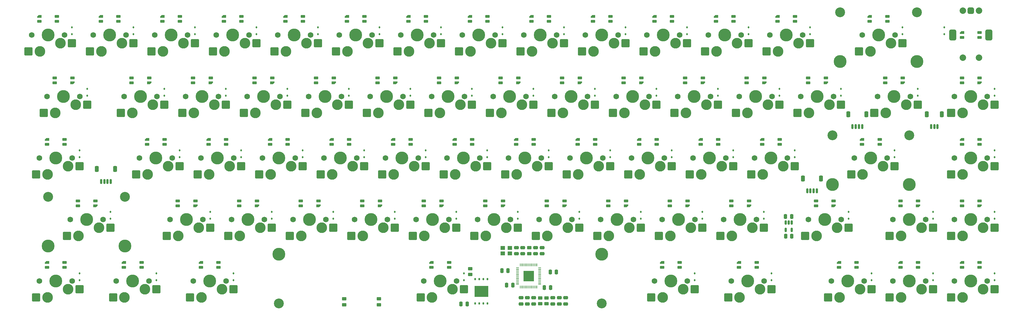
<source format=gbr>
%TF.GenerationSoftware,KiCad,Pcbnew,9.0.2*%
%TF.CreationDate,2025-06-21T23:14:43+02:00*%
%TF.ProjectId,MOD65,4d4f4436-352e-46b6-9963-61645f706362,2*%
%TF.SameCoordinates,Original*%
%TF.FileFunction,Soldermask,Bot*%
%TF.FilePolarity,Negative*%
%FSLAX46Y46*%
G04 Gerber Fmt 4.6, Leading zero omitted, Abs format (unit mm)*
G04 Created by KiCad (PCBNEW 9.0.2) date 2025-06-21 23:14:43*
%MOMM*%
%LPD*%
G01*
G04 APERTURE LIST*
G04 Aperture macros list*
%AMRoundRect*
0 Rectangle with rounded corners*
0 $1 Rounding radius*
0 $2 $3 $4 $5 $6 $7 $8 $9 X,Y pos of 4 corners*
0 Add a 4 corners polygon primitive as box body*
4,1,4,$2,$3,$4,$5,$6,$7,$8,$9,$2,$3,0*
0 Add four circle primitives for the rounded corners*
1,1,$1+$1,$2,$3*
1,1,$1+$1,$4,$5*
1,1,$1+$1,$6,$7*
1,1,$1+$1,$8,$9*
0 Add four rect primitives between the rounded corners*
20,1,$1+$1,$2,$3,$4,$5,0*
20,1,$1+$1,$4,$5,$6,$7,0*
20,1,$1+$1,$6,$7,$8,$9,0*
20,1,$1+$1,$8,$9,$2,$3,0*%
%AMFreePoly0*
4,1,18,-0.410000,0.593000,-0.403758,0.624380,-0.385983,0.650983,-0.359380,0.668758,-0.328000,0.675000,0.328000,0.675000,0.359380,0.668758,0.385983,0.650983,0.403758,0.624380,0.410000,0.593000,0.410000,-0.593000,0.403758,-0.624380,0.385983,-0.650983,0.359380,-0.668758,0.328000,-0.675000,0.000000,-0.675000,-0.410000,-0.265000,-0.410000,0.593000,-0.410000,0.593000,$1*%
G04 Aperture macros list end*
%ADD10C,3.048000*%
%ADD11C,3.987800*%
%ADD12C,2.000000*%
%ADD13RoundRect,0.500000X-0.500000X0.500000X-0.500000X-0.500000X0.500000X-0.500000X0.500000X0.500000X0*%
%ADD14RoundRect,0.550000X-0.550000X1.150000X-0.550000X-1.150000X0.550000X-1.150000X0.550000X1.150000X0*%
%ADD15RoundRect,0.112500X0.112500X-0.187500X0.112500X0.187500X-0.112500X0.187500X-0.112500X-0.187500X0*%
%ADD16RoundRect,0.082000X0.593000X-0.328000X0.593000X0.328000X-0.593000X0.328000X-0.593000X-0.328000X0*%
%ADD17FreePoly0,90.000000*%
%ADD18RoundRect,0.250000X0.450000X-0.262500X0.450000X0.262500X-0.450000X0.262500X-0.450000X-0.262500X0*%
%ADD19C,1.750000*%
%ADD20C,3.300000*%
%ADD21RoundRect,0.250000X-1.025000X-1.000000X1.025000X-1.000000X1.025000X1.000000X-1.025000X1.000000X0*%
%ADD22RoundRect,0.250000X-0.250000X-0.475000X0.250000X-0.475000X0.250000X0.475000X-0.250000X0.475000X0*%
%ADD23RoundRect,0.082000X-0.593000X0.328000X-0.593000X-0.328000X0.593000X-0.328000X0.593000X0.328000X0*%
%ADD24FreePoly0,270.000000*%
%ADD25RoundRect,0.250000X0.250000X0.475000X-0.250000X0.475000X-0.250000X-0.475000X0.250000X-0.475000X0*%
%ADD26RoundRect,0.125000X-0.125000X0.200000X-0.125000X-0.200000X0.125000X-0.200000X0.125000X0.200000X0*%
%ADD27R,4.300000X3.400000*%
%ADD28RoundRect,0.250000X0.475000X-0.250000X0.475000X0.250000X-0.475000X0.250000X-0.475000X-0.250000X0*%
%ADD29RoundRect,0.250000X-0.475000X0.250000X-0.475000X-0.250000X0.475000X-0.250000X0.475000X0.250000X0*%
%ADD30RoundRect,0.150000X-0.150000X-0.625000X0.150000X-0.625000X0.150000X0.625000X-0.150000X0.625000X0*%
%ADD31RoundRect,0.250000X-0.350000X-0.650000X0.350000X-0.650000X0.350000X0.650000X-0.350000X0.650000X0*%
%ADD32RoundRect,0.150000X-0.150000X0.512500X-0.150000X-0.512500X0.150000X-0.512500X0.150000X0.512500X0*%
%ADD33R,1.400000X1.200000*%
%ADD34RoundRect,0.250000X-0.450000X0.262500X-0.450000X-0.262500X0.450000X-0.262500X0.450000X0.262500X0*%
%ADD35RoundRect,0.050000X-0.387500X-0.050000X0.387500X-0.050000X0.387500X0.050000X-0.387500X0.050000X0*%
%ADD36RoundRect,0.050000X-0.050000X-0.387500X0.050000X-0.387500X0.050000X0.387500X-0.050000X0.387500X0*%
%ADD37R,3.200000X3.200000*%
G04 APERTURE END LIST*
D10*
%TO.C,H2*%
X280987500Y-69215000D03*
D11*
X280987500Y-84455000D03*
D10*
X304800000Y-69215000D03*
D11*
X304800000Y-84455000D03*
%TD*%
D10*
%TO.C,H1*%
X38100000Y-88265000D03*
D11*
X38100000Y-103505000D03*
D10*
X61912500Y-88265000D03*
D11*
X61912500Y-103505000D03*
%TD*%
D10*
%TO.C,H3*%
X283368750Y-31115000D03*
D11*
X283368750Y-46355000D03*
D10*
X307181250Y-31115000D03*
D11*
X307181250Y-46355000D03*
%TD*%
D12*
%TO.C,SW15*%
X326350000Y-30600000D03*
X321350000Y-30600000D03*
D13*
X323850000Y-30600000D03*
D14*
X329450000Y-38100000D03*
X318250000Y-38100000D03*
D12*
X321350000Y-45100000D03*
X326350000Y-45100000D03*
%TD*%
D10*
%TO.C,H4*%
X209550000Y-121285000D03*
D11*
X209550000Y-106045000D03*
D10*
X109537500Y-121285000D03*
D11*
X109537500Y-106045000D03*
%TD*%
D15*
%TO.C,D59*%
X47841250Y-114050000D03*
X47841250Y-111950000D03*
%TD*%
D16*
%TO.C,LED51*%
X173487500Y-89500000D03*
X173487500Y-91000000D03*
X178937500Y-89500000D03*
D17*
X178937500Y-91000000D03*
%TD*%
D16*
%TO.C,LED48*%
X116337500Y-89500000D03*
X116337500Y-91000000D03*
X121787500Y-89500000D03*
D17*
X121787500Y-91000000D03*
%TD*%
D18*
%TO.C,R1*%
X168800000Y-112312500D03*
X168800000Y-110487500D03*
%TD*%
D19*
%TO.C,SW39*%
X199707500Y-76200000D03*
D11*
X204787500Y-76200000D03*
D19*
X209867500Y-76200000D03*
D20*
X208597500Y-78740000D03*
D21*
X212147500Y-78740000D03*
X198697500Y-81280000D03*
D20*
X202247500Y-81280000D03*
%TD*%
D15*
%TO.C,D50*%
X164522500Y-95000000D03*
X164522500Y-92900000D03*
%TD*%
D19*
%TO.C,SW55*%
X247332500Y-95250000D03*
D11*
X252412500Y-95250000D03*
D19*
X257492500Y-95250000D03*
D20*
X256222500Y-97790000D03*
D21*
X259772500Y-97790000D03*
X246322500Y-100330000D03*
D20*
X249872500Y-100330000D03*
%TD*%
D15*
%TO.C,D26*%
X245485000Y-56900000D03*
X245485000Y-54800000D03*
%TD*%
D22*
%TO.C,C11*%
X178600000Y-111100000D03*
X180500000Y-111100000D03*
%TD*%
D19*
%TO.C,SW60*%
X59213750Y-114300000D03*
D11*
X64293750Y-114300000D03*
D19*
X69373750Y-114300000D03*
D20*
X68103750Y-116840000D03*
D21*
X71653750Y-116840000D03*
X58203750Y-119380000D03*
D20*
X61753750Y-119380000D03*
%TD*%
D16*
%TO.C,LED45*%
X47281250Y-89500000D03*
X47281250Y-91000000D03*
X52731250Y-89500000D03*
D17*
X52731250Y-91000000D03*
%TD*%
D19*
%TO.C,SW23*%
X175895000Y-57150000D03*
D11*
X180975000Y-57150000D03*
D19*
X186055000Y-57150000D03*
D20*
X184785000Y-59690000D03*
D21*
X188335000Y-59690000D03*
X174885000Y-62230000D03*
D20*
X178435000Y-62230000D03*
%TD*%
D19*
%TO.C,SW64*%
X249713750Y-114300000D03*
D11*
X254793750Y-114300000D03*
D19*
X259873750Y-114300000D03*
D20*
X258603750Y-116840000D03*
D21*
X262153750Y-116840000D03*
X248703750Y-119380000D03*
D20*
X252253750Y-119380000D03*
%TD*%
D23*
%TO.C,LED15*%
X326575000Y-38850000D03*
X326575000Y-37350000D03*
X321125000Y-38850000D03*
D24*
X321125000Y-37350000D03*
%TD*%
D15*
%TO.C,D13*%
X274060000Y-37850000D03*
X274060000Y-35750000D03*
%TD*%
D19*
%TO.C,SW37*%
X161607500Y-76200000D03*
D11*
X166687500Y-76200000D03*
D19*
X171767500Y-76200000D03*
D20*
X170497500Y-78740000D03*
D21*
X174047500Y-78740000D03*
X160597500Y-81280000D03*
D20*
X164147500Y-81280000D03*
%TD*%
D23*
%TO.C,LED65*%
X288475000Y-110050000D03*
X288475000Y-108550000D03*
X283025000Y-110050000D03*
D24*
X283025000Y-108550000D03*
%TD*%
D19*
%TO.C,SW44*%
X318770000Y-76200000D03*
D11*
X323850000Y-76200000D03*
D19*
X328930000Y-76200000D03*
D20*
X327660000Y-78740000D03*
D21*
X331210000Y-78740000D03*
X317760000Y-81280000D03*
D20*
X321310000Y-81280000D03*
%TD*%
D23*
%TO.C,LED31*%
X43206250Y-71950000D03*
X43206250Y-70450000D03*
X37756250Y-71950000D03*
D24*
X37756250Y-70450000D03*
%TD*%
D25*
%TO.C,C16*%
X268350000Y-94300000D03*
X266450000Y-94300000D03*
%TD*%
D23*
%TO.C,LED64*%
X257518750Y-110050000D03*
X257518750Y-108550000D03*
X252068750Y-110050000D03*
D24*
X252068750Y-108550000D03*
%TD*%
D23*
%TO.C,LED33*%
X93212500Y-71950000D03*
X93212500Y-70450000D03*
X87762500Y-71950000D03*
D24*
X87762500Y-70450000D03*
%TD*%
D15*
%TO.C,D31*%
X47841250Y-75950000D03*
X47841250Y-73850000D03*
%TD*%
%TO.C,D56*%
X285966250Y-95000000D03*
X285966250Y-92900000D03*
%TD*%
D16*
%TO.C,LED26*%
X235400000Y-51400000D03*
X235400000Y-52900000D03*
X240850000Y-51400000D03*
D17*
X240850000Y-52900000D03*
%TD*%
D16*
%TO.C,LED21*%
X140150000Y-51400000D03*
X140150000Y-52900000D03*
X145600000Y-51400000D03*
D17*
X145600000Y-52900000D03*
%TD*%
D23*
%TO.C,LED6*%
X136075000Y-33850000D03*
X136075000Y-32350000D03*
X130625000Y-33850000D03*
D24*
X130625000Y-32350000D03*
%TD*%
D23*
%TO.C,LED61*%
X90831250Y-110050000D03*
X90831250Y-108550000D03*
X85381250Y-110050000D03*
D24*
X85381250Y-108550000D03*
%TD*%
D15*
%TO.C,D57*%
X312160000Y-95000000D03*
X312160000Y-92900000D03*
%TD*%
%TO.C,D60*%
X71653750Y-114050000D03*
X71653750Y-111950000D03*
%TD*%
D23*
%TO.C,LED13*%
X269425000Y-33850000D03*
X269425000Y-32350000D03*
X263975000Y-33850000D03*
D24*
X263975000Y-32350000D03*
%TD*%
D15*
%TO.C,D34*%
X116897500Y-75950000D03*
X116897500Y-73850000D03*
%TD*%
D19*
%TO.C,SW6*%
X128270000Y-38100000D03*
D11*
X133350000Y-38100000D03*
D19*
X138430000Y-38100000D03*
D20*
X137160000Y-40640000D03*
D21*
X140710000Y-40640000D03*
X127260000Y-43180000D03*
D20*
X130810000Y-43180000D03*
%TD*%
D25*
%TO.C,C8*%
X193700000Y-116350000D03*
X191800000Y-116350000D03*
%TD*%
D15*
%TO.C,D53*%
X221672500Y-95000000D03*
X221672500Y-92900000D03*
%TD*%
D16*
%TO.C,LED30*%
X321125000Y-51400000D03*
X321125000Y-52900000D03*
X326575000Y-51400000D03*
D17*
X326575000Y-52900000D03*
%TD*%
D15*
%TO.C,D58*%
X331210000Y-95000000D03*
X331210000Y-92900000D03*
%TD*%
%TO.C,D51*%
X183572500Y-95000000D03*
X183572500Y-92900000D03*
%TD*%
D23*
%TO.C,LED62*%
X162268750Y-110050000D03*
X162268750Y-108550000D03*
X156818750Y-110050000D03*
D24*
X156818750Y-108550000D03*
%TD*%
D19*
%TO.C,SW16*%
X37782500Y-57150000D03*
D11*
X42862500Y-57150000D03*
D19*
X47942500Y-57150000D03*
D20*
X46672500Y-59690000D03*
D21*
X50222500Y-59690000D03*
X36772500Y-62230000D03*
D20*
X40322500Y-62230000D03*
%TD*%
D15*
%TO.C,D54*%
X240722500Y-95000000D03*
X240722500Y-92900000D03*
%TD*%
D19*
%TO.C,SW9*%
X185420000Y-38100000D03*
D11*
X190500000Y-38100000D03*
D19*
X195580000Y-38100000D03*
D20*
X194310000Y-40640000D03*
D21*
X197860000Y-40640000D03*
X184410000Y-43180000D03*
D20*
X187960000Y-43180000D03*
%TD*%
D19*
%TO.C,SW49*%
X133032500Y-95250000D03*
D11*
X138112500Y-95250000D03*
D19*
X143192500Y-95250000D03*
D20*
X141922500Y-97790000D03*
D21*
X145472500Y-97790000D03*
X132022500Y-100330000D03*
D20*
X135572500Y-100330000D03*
%TD*%
D26*
%TO.C,U1*%
X170345000Y-113750000D03*
X171615000Y-113750000D03*
X172885000Y-113750000D03*
X174155000Y-113750000D03*
X174155000Y-121250000D03*
X172885000Y-121250000D03*
X171615000Y-121250000D03*
X170345000Y-121250000D03*
D27*
X172250000Y-117500000D03*
%TD*%
D19*
%TO.C,SW36*%
X142557500Y-76200000D03*
D11*
X147637500Y-76200000D03*
D19*
X152717500Y-76200000D03*
D20*
X151447500Y-78740000D03*
D21*
X154997500Y-78740000D03*
X141547500Y-81280000D03*
D20*
X145097500Y-81280000D03*
%TD*%
D23*
%TO.C,LED60*%
X67018750Y-110050000D03*
X67018750Y-108550000D03*
X61568750Y-110050000D03*
D24*
X61568750Y-108550000D03*
%TD*%
D19*
%TO.C,SW54*%
X228282500Y-95250000D03*
D11*
X233362500Y-95250000D03*
D19*
X238442500Y-95250000D03*
D20*
X237172500Y-97790000D03*
D21*
X240722500Y-97790000D03*
X227272500Y-100330000D03*
D20*
X230822500Y-100330000D03*
%TD*%
D15*
%TO.C,D45*%
X57366250Y-95000000D03*
X57366250Y-92900000D03*
%TD*%
D23*
%TO.C,LED43*%
X295618750Y-71950000D03*
X295618750Y-70450000D03*
X290168750Y-71950000D03*
D24*
X290168750Y-70450000D03*
%TD*%
D16*
%TO.C,LED19*%
X102050000Y-51400000D03*
X102050000Y-52900000D03*
X107500000Y-51400000D03*
D17*
X107500000Y-52900000D03*
%TD*%
D23*
%TO.C,LED34*%
X112262500Y-71950000D03*
X112262500Y-70450000D03*
X106812500Y-71950000D03*
D24*
X106812500Y-70450000D03*
%TD*%
D19*
%TO.C,SW48*%
X113982500Y-95250000D03*
D11*
X119062500Y-95250000D03*
D19*
X124142500Y-95250000D03*
D20*
X122872500Y-97790000D03*
D21*
X126422500Y-97790000D03*
X112972500Y-100330000D03*
D20*
X116522500Y-100330000D03*
%TD*%
D22*
%TO.C,C17*%
X266490000Y-100400000D03*
X268390000Y-100400000D03*
%TD*%
D15*
%TO.C,D18*%
X93085000Y-56900000D03*
X93085000Y-54800000D03*
%TD*%
%TO.C,D16*%
X50222500Y-56900000D03*
X50222500Y-54800000D03*
%TD*%
%TO.C,D62*%
X166903750Y-114050000D03*
X166903750Y-111950000D03*
%TD*%
D19*
%TO.C,SW22*%
X156845000Y-57150000D03*
D11*
X161925000Y-57150000D03*
D19*
X167005000Y-57150000D03*
D20*
X165735000Y-59690000D03*
D21*
X169285000Y-59690000D03*
X155835000Y-62230000D03*
D20*
X159385000Y-62230000D03*
%TD*%
D23*
%TO.C,LED7*%
X155125000Y-33850000D03*
X155125000Y-32350000D03*
X149675000Y-33850000D03*
D24*
X149675000Y-32350000D03*
%TD*%
D19*
%TO.C,SW25*%
X213995000Y-57150000D03*
D11*
X219075000Y-57150000D03*
D19*
X224155000Y-57150000D03*
D20*
X222885000Y-59690000D03*
D21*
X226435000Y-59690000D03*
X212985000Y-62230000D03*
D20*
X216535000Y-62230000D03*
%TD*%
D15*
%TO.C,D42*%
X269297500Y-75950000D03*
X269297500Y-73850000D03*
%TD*%
D19*
%TO.C,SW42*%
X256857500Y-76200000D03*
D11*
X261937500Y-76200000D03*
D19*
X267017500Y-76200000D03*
D20*
X265747500Y-78740000D03*
D21*
X269297500Y-78740000D03*
X255847500Y-81280000D03*
D20*
X259397500Y-81280000D03*
%TD*%
D19*
%TO.C,SW3*%
X71120000Y-38100000D03*
D11*
X76200000Y-38100000D03*
D19*
X81280000Y-38100000D03*
D20*
X80010000Y-40640000D03*
D21*
X83560000Y-40640000D03*
X70110000Y-43180000D03*
D20*
X73660000Y-43180000D03*
%TD*%
D16*
%TO.C,LED28*%
X273500000Y-51400000D03*
X273500000Y-52900000D03*
X278950000Y-51400000D03*
D17*
X278950000Y-52900000D03*
%TD*%
D15*
%TO.C,D36*%
X154997500Y-75950000D03*
X154997500Y-73850000D03*
%TD*%
%TO.C,D40*%
X231197500Y-75950000D03*
X231197500Y-73850000D03*
%TD*%
D19*
%TO.C,SW32*%
X66357500Y-76200000D03*
D11*
X71437500Y-76200000D03*
D19*
X76517500Y-76200000D03*
D20*
X75247500Y-78740000D03*
D21*
X78797500Y-78740000D03*
X65347500Y-81280000D03*
D20*
X68897500Y-81280000D03*
%TD*%
D28*
%TO.C,C12*%
X194407135Y-121400000D03*
X194407135Y-119500000D03*
%TD*%
D18*
%TO.C,R3*%
X192435708Y-121362500D03*
X192435708Y-119537500D03*
%TD*%
D19*
%TO.C,SW28*%
X271145000Y-57150000D03*
D11*
X276225000Y-57150000D03*
D19*
X281305000Y-57150000D03*
D20*
X280035000Y-59690000D03*
D21*
X283585000Y-59690000D03*
X270135000Y-62230000D03*
D20*
X273685000Y-62230000D03*
%TD*%
D19*
%TO.C,SW62*%
X154463750Y-114300000D03*
D11*
X159543750Y-114300000D03*
D19*
X164623750Y-114300000D03*
D20*
X163353750Y-116840000D03*
D21*
X166903750Y-116840000D03*
X153453750Y-119380000D03*
D20*
X157003750Y-119380000D03*
%TD*%
D19*
%TO.C,SW2*%
X52070000Y-38100000D03*
D11*
X57150000Y-38100000D03*
D19*
X62230000Y-38100000D03*
D20*
X60960000Y-40640000D03*
D21*
X64510000Y-40640000D03*
X51060000Y-43180000D03*
D20*
X54610000Y-43180000D03*
%TD*%
D15*
%TO.C,D27*%
X264535000Y-56900000D03*
X264535000Y-54800000D03*
%TD*%
D19*
%TO.C,SW10*%
X204470000Y-38100000D03*
D11*
X209550000Y-38100000D03*
D19*
X214630000Y-38100000D03*
D20*
X213360000Y-40640000D03*
D21*
X216910000Y-40640000D03*
X203460000Y-43180000D03*
D20*
X207010000Y-43180000D03*
%TD*%
D19*
%TO.C,SW46*%
X75882500Y-95250000D03*
D11*
X80962500Y-95250000D03*
D19*
X86042500Y-95250000D03*
D20*
X84772500Y-97790000D03*
D21*
X88322500Y-97790000D03*
X74872500Y-100330000D03*
D20*
X78422500Y-100330000D03*
%TD*%
D23*
%TO.C,LED12*%
X250375000Y-33850000D03*
X250375000Y-32350000D03*
X244925000Y-33850000D03*
D24*
X244925000Y-32350000D03*
%TD*%
D28*
%TO.C,C6*%
X198349989Y-121400000D03*
X198349989Y-119500000D03*
%TD*%
D23*
%TO.C,LED41*%
X245612500Y-71950000D03*
X245612500Y-70450000D03*
X240162500Y-71950000D03*
D24*
X240162500Y-70450000D03*
%TD*%
D19*
%TO.C,SW31*%
X35401250Y-76200000D03*
D11*
X40481250Y-76200000D03*
D19*
X45561250Y-76200000D03*
D20*
X44291250Y-78740000D03*
D21*
X47841250Y-78740000D03*
X34391250Y-81280000D03*
D20*
X37941250Y-81280000D03*
%TD*%
D19*
%TO.C,SW14*%
X290195000Y-38100000D03*
D11*
X295275000Y-38100000D03*
D19*
X300355000Y-38100000D03*
D20*
X299085000Y-40640000D03*
D21*
X302635000Y-40640000D03*
X289185000Y-43180000D03*
D20*
X292735000Y-43180000D03*
%TD*%
D19*
%TO.C,SW13*%
X261620000Y-38100000D03*
D11*
X266700000Y-38100000D03*
D19*
X271780000Y-38100000D03*
D20*
X270510000Y-40640000D03*
D21*
X274060000Y-40640000D03*
X260610000Y-43180000D03*
D20*
X264160000Y-43180000D03*
%TD*%
D23*
%TO.C,LED42*%
X264662500Y-71950000D03*
X264662500Y-70450000D03*
X259212500Y-71950000D03*
D24*
X259212500Y-70450000D03*
%TD*%
D15*
%TO.C,D63*%
X238341250Y-114050000D03*
X238341250Y-111950000D03*
%TD*%
%TO.C,D64*%
X262153750Y-114050000D03*
X262153750Y-111950000D03*
%TD*%
D23*
%TO.C,LED67*%
X326575000Y-110050000D03*
X326575000Y-108550000D03*
X321125000Y-110050000D03*
D24*
X321125000Y-108550000D03*
%TD*%
D15*
%TO.C,D33*%
X97847500Y-75950000D03*
X97847500Y-73850000D03*
%TD*%
%TO.C,D11*%
X235960000Y-37850000D03*
X235960000Y-35750000D03*
%TD*%
%TO.C,D12*%
X255010000Y-37850000D03*
X255010000Y-35750000D03*
%TD*%
D29*
%TO.C,C2*%
X191050000Y-103950000D03*
X191050000Y-105850000D03*
%TD*%
D15*
%TO.C,D48*%
X126422500Y-95000000D03*
X126422500Y-92900000D03*
%TD*%
%TO.C,D67*%
X331210000Y-114050000D03*
X331210000Y-111950000D03*
%TD*%
%TO.C,D46*%
X88322500Y-95000000D03*
X88322500Y-92900000D03*
%TD*%
D30*
%TO.C,J3*%
X54500000Y-83500000D03*
X55500000Y-83500000D03*
X56500000Y-83500000D03*
X57500000Y-83500000D03*
D31*
X53200000Y-79625000D03*
X58800000Y-79625000D03*
%TD*%
D19*
%TO.C,SW33*%
X85407500Y-76200000D03*
D11*
X90487500Y-76200000D03*
D19*
X95567500Y-76200000D03*
D20*
X94297500Y-78740000D03*
D21*
X97847500Y-78740000D03*
X84397500Y-81280000D03*
D20*
X87947500Y-81280000D03*
%TD*%
D19*
%TO.C,SW1*%
X33020000Y-38100000D03*
D11*
X38100000Y-38100000D03*
D19*
X43180000Y-38100000D03*
D20*
X41910000Y-40640000D03*
D21*
X45460000Y-40640000D03*
X32010000Y-43180000D03*
D20*
X35560000Y-43180000D03*
%TD*%
D23*
%TO.C,LED37*%
X169412500Y-71950000D03*
X169412500Y-70450000D03*
X163962500Y-71950000D03*
D24*
X163962500Y-70450000D03*
%TD*%
D32*
%TO.C,U2*%
X266487500Y-96212500D03*
X267437500Y-96212500D03*
X268387500Y-96212500D03*
X268387500Y-98487500D03*
X266487500Y-98487500D03*
%TD*%
D15*
%TO.C,D23*%
X188335000Y-56900000D03*
X188335000Y-54800000D03*
%TD*%
D23*
%TO.C,LED38*%
X188462500Y-71950000D03*
X188462500Y-70450000D03*
X183012500Y-71950000D03*
D24*
X183012500Y-70450000D03*
%TD*%
D16*
%TO.C,LED54*%
X230637500Y-89500000D03*
X230637500Y-91000000D03*
X236087500Y-89500000D03*
D17*
X236087500Y-91000000D03*
%TD*%
D15*
%TO.C,D21*%
X150235000Y-56900000D03*
X150235000Y-54800000D03*
%TD*%
D28*
%TO.C,C13*%
X196378562Y-121400000D03*
X196378562Y-119500000D03*
%TD*%
D19*
%TO.C,SW29*%
X294957500Y-57150000D03*
D11*
X300037500Y-57150000D03*
D19*
X305117500Y-57150000D03*
D20*
X303847500Y-59690000D03*
D21*
X307397500Y-59690000D03*
X293947500Y-62230000D03*
D20*
X297497500Y-62230000D03*
%TD*%
D23*
%TO.C,LED2*%
X59875000Y-33850000D03*
X59875000Y-32350000D03*
X54425000Y-33850000D03*
D24*
X54425000Y-32350000D03*
%TD*%
D29*
%TO.C,C7*%
X189062500Y-103950000D03*
X189062500Y-105850000D03*
%TD*%
D19*
%TO.C,SW11*%
X223520000Y-38100000D03*
D11*
X228600000Y-38100000D03*
D19*
X233680000Y-38100000D03*
D20*
X232410000Y-40640000D03*
D21*
X235960000Y-40640000D03*
X222510000Y-43180000D03*
D20*
X226060000Y-43180000D03*
%TD*%
D19*
%TO.C,SW61*%
X83026250Y-114300000D03*
D11*
X88106250Y-114300000D03*
D19*
X93186250Y-114300000D03*
D20*
X91916250Y-116840000D03*
D21*
X95466250Y-116840000D03*
X82016250Y-119380000D03*
D20*
X85566250Y-119380000D03*
%TD*%
D15*
%TO.C,D61*%
X95466250Y-114050000D03*
X95466250Y-111950000D03*
%TD*%
D16*
%TO.C,LED46*%
X78237500Y-89500000D03*
X78237500Y-91000000D03*
X83687500Y-89500000D03*
D17*
X83687500Y-91000000D03*
%TD*%
D15*
%TO.C,D38*%
X193097500Y-75950000D03*
X193097500Y-73850000D03*
%TD*%
%TO.C,D30*%
X331210000Y-56900000D03*
X331210000Y-54800000D03*
%TD*%
D19*
%TO.C,SW58*%
X318770000Y-95250000D03*
D11*
X323850000Y-95250000D03*
D19*
X328930000Y-95250000D03*
D20*
X327660000Y-97790000D03*
D21*
X331210000Y-97790000D03*
X317760000Y-100330000D03*
D20*
X321310000Y-100330000D03*
%TD*%
D19*
%TO.C,SW65*%
X280670000Y-114300000D03*
D11*
X285750000Y-114300000D03*
D19*
X290830000Y-114300000D03*
D20*
X289560000Y-116840000D03*
D21*
X293110000Y-116840000D03*
X279660000Y-119380000D03*
D20*
X283210000Y-119380000D03*
%TD*%
D23*
%TO.C,LED3*%
X78925000Y-33850000D03*
X78925000Y-32350000D03*
X73475000Y-33850000D03*
D24*
X73475000Y-32350000D03*
%TD*%
D28*
%TO.C,C3*%
X184550000Y-121400000D03*
X184550000Y-119500000D03*
%TD*%
D16*
%TO.C,LED52*%
X192537500Y-89500000D03*
X192537500Y-91000000D03*
X197987500Y-89500000D03*
D17*
X197987500Y-91000000D03*
%TD*%
D16*
%TO.C,LED23*%
X178250000Y-51400000D03*
X178250000Y-52900000D03*
X183700000Y-51400000D03*
D17*
X183700000Y-52900000D03*
%TD*%
D23*
%TO.C,LED63*%
X233706250Y-110050000D03*
X233706250Y-108550000D03*
X228256250Y-110050000D03*
D24*
X228256250Y-108550000D03*
%TD*%
D15*
%TO.C,D35*%
X135947500Y-75950000D03*
X135947500Y-73850000D03*
%TD*%
D22*
%TO.C,C1*%
X165950000Y-121400000D03*
X167850000Y-121400000D03*
%TD*%
D19*
%TO.C,SW53*%
X209232500Y-95250000D03*
D11*
X214312500Y-95250000D03*
D19*
X219392500Y-95250000D03*
D20*
X218122500Y-97790000D03*
D21*
X221672500Y-97790000D03*
X208222500Y-100330000D03*
D20*
X211772500Y-100330000D03*
%TD*%
D16*
%TO.C,LED55*%
X249687500Y-89500000D03*
X249687500Y-91000000D03*
X255137500Y-89500000D03*
D17*
X255137500Y-91000000D03*
%TD*%
D19*
%TO.C,SW67*%
X318770000Y-114300000D03*
D11*
X323850000Y-114300000D03*
D19*
X328930000Y-114300000D03*
D20*
X327660000Y-116840000D03*
D21*
X331210000Y-116840000D03*
X317760000Y-119380000D03*
D20*
X321310000Y-119380000D03*
%TD*%
D19*
%TO.C,SW8*%
X166370000Y-38100000D03*
D11*
X171450000Y-38100000D03*
D19*
X176530000Y-38100000D03*
D20*
X175260000Y-40640000D03*
D21*
X178810000Y-40640000D03*
X165360000Y-43180000D03*
D20*
X168910000Y-43180000D03*
%TD*%
D16*
%TO.C,LED47*%
X97287500Y-89500000D03*
X97287500Y-91000000D03*
X102737500Y-89500000D03*
D17*
X102737500Y-91000000D03*
%TD*%
D19*
%TO.C,SW34*%
X104457500Y-76200000D03*
D11*
X109537500Y-76200000D03*
D19*
X114617500Y-76200000D03*
D20*
X113347500Y-78740000D03*
D21*
X116897500Y-78740000D03*
X103447500Y-81280000D03*
D20*
X106997500Y-81280000D03*
%TD*%
D15*
%TO.C,D17*%
X74035000Y-56900000D03*
X74035000Y-54800000D03*
%TD*%
D29*
%TO.C,C14*%
X185087500Y-103950000D03*
X185087500Y-105850000D03*
%TD*%
D15*
%TO.C,D37*%
X174047500Y-75950000D03*
X174047500Y-73850000D03*
%TD*%
%TO.C,D3*%
X83560000Y-37850000D03*
X83560000Y-35750000D03*
%TD*%
D23*
%TO.C,LED66*%
X307525000Y-110050000D03*
X307525000Y-108550000D03*
X302075000Y-110050000D03*
D24*
X302075000Y-108550000D03*
%TD*%
D19*
%TO.C,SW35*%
X123507500Y-76200000D03*
D11*
X128587500Y-76200000D03*
D19*
X133667500Y-76200000D03*
D20*
X132397500Y-78740000D03*
D21*
X135947500Y-78740000D03*
X122497500Y-81280000D03*
D20*
X126047500Y-81280000D03*
%TD*%
D23*
%TO.C,LED8*%
X174175000Y-33850000D03*
X174175000Y-32350000D03*
X168725000Y-33850000D03*
D24*
X168725000Y-32350000D03*
%TD*%
D15*
%TO.C,D65*%
X293110000Y-114050000D03*
X293110000Y-111950000D03*
%TD*%
D19*
%TO.C,SW40*%
X218757500Y-76200000D03*
D11*
X223837500Y-76200000D03*
D19*
X228917500Y-76200000D03*
D20*
X227647500Y-78740000D03*
D21*
X231197500Y-78740000D03*
X217747500Y-81280000D03*
D20*
X221297500Y-81280000D03*
%TD*%
D23*
%TO.C,LED11*%
X231325000Y-33850000D03*
X231325000Y-32350000D03*
X225875000Y-33850000D03*
D24*
X225875000Y-32350000D03*
%TD*%
D30*
%TO.C,J2*%
X287200000Y-66500000D03*
X288200000Y-66500000D03*
X289200000Y-66500000D03*
X290200000Y-66500000D03*
D31*
X285900000Y-62625000D03*
X291500000Y-62625000D03*
%TD*%
D15*
%TO.C,D4*%
X102610000Y-37850000D03*
X102610000Y-35750000D03*
%TD*%
D23*
%TO.C,LED36*%
X150362500Y-71950000D03*
X150362500Y-70450000D03*
X144912500Y-71950000D03*
D24*
X144912500Y-70450000D03*
%TD*%
D19*
%TO.C,SW43*%
X287813750Y-76200000D03*
D11*
X292893750Y-76200000D03*
D19*
X297973750Y-76200000D03*
D20*
X296703750Y-78740000D03*
D21*
X300253750Y-78740000D03*
X286803750Y-81280000D03*
D20*
X290353750Y-81280000D03*
%TD*%
D15*
%TO.C,D28*%
X283585000Y-56900000D03*
X283585000Y-54800000D03*
%TD*%
%TO.C,D8*%
X178810000Y-37850000D03*
X178810000Y-35750000D03*
%TD*%
D23*
%TO.C,LED40*%
X226562500Y-71950000D03*
X226562500Y-70450000D03*
X221112500Y-71950000D03*
D24*
X221112500Y-70450000D03*
%TD*%
D22*
%TO.C,C10*%
X180100000Y-115600000D03*
X182000000Y-115600000D03*
%TD*%
D19*
%TO.C,SW63*%
X225901250Y-114300000D03*
D11*
X230981250Y-114300000D03*
D19*
X236061250Y-114300000D03*
D20*
X234791250Y-116840000D03*
D21*
X238341250Y-116840000D03*
X224891250Y-119380000D03*
D20*
X228441250Y-119380000D03*
%TD*%
D16*
%TO.C,LED50*%
X154437500Y-89500000D03*
X154437500Y-91000000D03*
X159887500Y-89500000D03*
D17*
X159887500Y-91000000D03*
%TD*%
D15*
%TO.C,D52*%
X202622500Y-95000000D03*
X202622500Y-92900000D03*
%TD*%
%TO.C,D32*%
X78797500Y-75950000D03*
X78797500Y-73850000D03*
%TD*%
D33*
%TO.C,Y1*%
X181100000Y-105750000D03*
X178900000Y-105750000D03*
X178900000Y-104050000D03*
X181100000Y-104050000D03*
%TD*%
D28*
%TO.C,C9*%
X188492854Y-121400000D03*
X188492854Y-119500000D03*
%TD*%
D19*
%TO.C,SW4*%
X90170000Y-38100000D03*
D11*
X95250000Y-38100000D03*
D19*
X100330000Y-38100000D03*
D20*
X99060000Y-40640000D03*
D21*
X102610000Y-40640000D03*
X89160000Y-43180000D03*
D20*
X92710000Y-43180000D03*
%TD*%
D19*
%TO.C,SW57*%
X299720000Y-95250000D03*
D11*
X304800000Y-95250000D03*
D19*
X309880000Y-95250000D03*
D20*
X308610000Y-97790000D03*
D21*
X312160000Y-97790000D03*
X298710000Y-100330000D03*
D20*
X302260000Y-100330000D03*
%TD*%
D16*
%TO.C,LED22*%
X159200000Y-51400000D03*
X159200000Y-52900000D03*
X164650000Y-51400000D03*
D17*
X164650000Y-52900000D03*
%TD*%
D16*
%TO.C,LED24*%
X197300000Y-51400000D03*
X197300000Y-52900000D03*
X202750000Y-51400000D03*
D17*
X202750000Y-52900000D03*
%TD*%
D23*
%TO.C,LED5*%
X117025000Y-33850000D03*
X117025000Y-32350000D03*
X111575000Y-33850000D03*
D24*
X111575000Y-32350000D03*
%TD*%
D19*
%TO.C,SW24*%
X194945000Y-57150000D03*
D11*
X200025000Y-57150000D03*
D19*
X205105000Y-57150000D03*
D20*
X203835000Y-59690000D03*
D21*
X207385000Y-59690000D03*
X193935000Y-62230000D03*
D20*
X197485000Y-62230000D03*
%TD*%
D15*
%TO.C,D10*%
X216910000Y-37850000D03*
X216910000Y-35750000D03*
%TD*%
D19*
%TO.C,SW56*%
X273526250Y-95250000D03*
D11*
X278606250Y-95250000D03*
D19*
X283686250Y-95250000D03*
D20*
X282416250Y-97790000D03*
D21*
X285966250Y-97790000D03*
X272516250Y-100330000D03*
D20*
X276066250Y-100330000D03*
%TD*%
D28*
%TO.C,C5*%
X186521427Y-121400000D03*
X186521427Y-119500000D03*
%TD*%
D16*
%TO.C,LED58*%
X321125000Y-89500000D03*
X321125000Y-91000000D03*
X326575000Y-89500000D03*
D17*
X326575000Y-91000000D03*
%TD*%
D23*
%TO.C,LED1*%
X40825000Y-33850000D03*
X40825000Y-32350000D03*
X35375000Y-33850000D03*
D24*
X35375000Y-32350000D03*
%TD*%
D15*
%TO.C,D1*%
X45460000Y-37850000D03*
X45460000Y-35750000D03*
%TD*%
D34*
%TO.C,R6*%
X187075000Y-103987500D03*
X187075000Y-105812500D03*
%TD*%
D15*
%TO.C,D20*%
X131185000Y-56900000D03*
X131185000Y-54800000D03*
%TD*%
D19*
%TO.C,SW51*%
X171132500Y-95250000D03*
D11*
X176212500Y-95250000D03*
D19*
X181292500Y-95250000D03*
D20*
X180022500Y-97790000D03*
D21*
X183572500Y-97790000D03*
X170122500Y-100330000D03*
D20*
X173672500Y-100330000D03*
%TD*%
D23*
%TO.C,LED4*%
X97975000Y-33850000D03*
X97975000Y-32350000D03*
X92525000Y-33850000D03*
D24*
X92525000Y-32350000D03*
%TD*%
D16*
%TO.C,LED27*%
X254450000Y-51400000D03*
X254450000Y-52900000D03*
X259900000Y-51400000D03*
D17*
X259900000Y-52900000D03*
%TD*%
D23*
%TO.C,LED39*%
X207512500Y-71950000D03*
X207512500Y-70450000D03*
X202062500Y-71950000D03*
D24*
X202062500Y-70450000D03*
%TD*%
D19*
%TO.C,SW59*%
X35401250Y-114300000D03*
D11*
X40481250Y-114300000D03*
D19*
X45561250Y-114300000D03*
D20*
X44291250Y-116840000D03*
D21*
X47841250Y-116840000D03*
X34391250Y-119380000D03*
D20*
X37941250Y-119380000D03*
%TD*%
D16*
%TO.C,LED56*%
X275881250Y-89500000D03*
X275881250Y-91000000D03*
X281331250Y-89500000D03*
D17*
X281331250Y-91000000D03*
%TD*%
D18*
%TO.C,R2*%
X190464281Y-121362500D03*
X190464281Y-119537500D03*
%TD*%
D15*
%TO.C,D43*%
X300253750Y-75950000D03*
X300253750Y-73850000D03*
%TD*%
D28*
%TO.C,C15*%
X183100000Y-105850000D03*
X183100000Y-103950000D03*
%TD*%
D23*
%TO.C,LED32*%
X74162500Y-71950000D03*
X74162500Y-70450000D03*
X68712500Y-71950000D03*
D24*
X68712500Y-70450000D03*
%TD*%
D19*
%TO.C,SW30*%
X318770000Y-57150000D03*
D11*
X323850000Y-57150000D03*
D19*
X328930000Y-57150000D03*
D20*
X327660000Y-59690000D03*
D21*
X331210000Y-59690000D03*
X317760000Y-62230000D03*
D20*
X321310000Y-62230000D03*
%TD*%
D23*
%TO.C,LED10*%
X212275000Y-33850000D03*
X212275000Y-32350000D03*
X206825000Y-33850000D03*
D24*
X206825000Y-32350000D03*
%TD*%
D23*
%TO.C,LED59*%
X43206250Y-110050000D03*
X43206250Y-108550000D03*
X37756250Y-110050000D03*
D24*
X37756250Y-108550000D03*
%TD*%
D15*
%TO.C,D22*%
X169285000Y-56900000D03*
X169285000Y-54800000D03*
%TD*%
%TO.C,D9*%
X197860000Y-37850000D03*
X197860000Y-35750000D03*
%TD*%
D23*
%TO.C,LED35*%
X131312500Y-71950000D03*
X131312500Y-70450000D03*
X125862500Y-71950000D03*
D24*
X125862500Y-70450000D03*
%TD*%
D15*
%TO.C,D29*%
X307397500Y-56900000D03*
X307397500Y-54800000D03*
%TD*%
D23*
%TO.C,LED9*%
X193225000Y-33850000D03*
X193225000Y-32350000D03*
X187775000Y-33850000D03*
D24*
X187775000Y-32350000D03*
%TD*%
D16*
%TO.C,LED17*%
X63950000Y-51400000D03*
X63950000Y-52900000D03*
X69400000Y-51400000D03*
D17*
X69400000Y-52900000D03*
%TD*%
D25*
%TO.C,C4*%
X195500000Y-111500000D03*
X193600000Y-111500000D03*
%TD*%
D19*
%TO.C,SW47*%
X94932500Y-95250000D03*
D11*
X100012500Y-95250000D03*
D19*
X105092500Y-95250000D03*
D20*
X103822500Y-97790000D03*
D21*
X107372500Y-97790000D03*
X93922500Y-100330000D03*
D20*
X97472500Y-100330000D03*
%TD*%
D19*
%TO.C,SW7*%
X147320000Y-38100000D03*
D11*
X152400000Y-38100000D03*
D19*
X157480000Y-38100000D03*
D20*
X156210000Y-40640000D03*
D21*
X159760000Y-40640000D03*
X146310000Y-43180000D03*
D20*
X149860000Y-43180000D03*
%TD*%
D19*
%TO.C,SW38*%
X180657500Y-76200000D03*
D11*
X185737500Y-76200000D03*
D19*
X190817500Y-76200000D03*
D20*
X189547500Y-78740000D03*
D21*
X193097500Y-78740000D03*
X179647500Y-81280000D03*
D20*
X183197500Y-81280000D03*
%TD*%
D15*
%TO.C,D55*%
X259772500Y-95000000D03*
X259772500Y-92900000D03*
%TD*%
%TO.C,D25*%
X226435000Y-56900000D03*
X226435000Y-54800000D03*
%TD*%
%TO.C,D14*%
X302635000Y-37850000D03*
X302635000Y-35750000D03*
%TD*%
D30*
%TO.C,J1*%
X273175000Y-86400000D03*
X274175000Y-86400000D03*
X275175000Y-86400000D03*
X276175000Y-86400000D03*
D31*
X271875000Y-82525000D03*
X277475000Y-82525000D03*
%TD*%
D15*
%TO.C,D66*%
X312160000Y-114050000D03*
X312160000Y-111950000D03*
%TD*%
%TO.C,D44*%
X331210000Y-75950000D03*
X331210000Y-73850000D03*
%TD*%
%TO.C,D49*%
X145472500Y-95000000D03*
X145472500Y-92900000D03*
%TD*%
D19*
%TO.C,SW27*%
X252095000Y-57150000D03*
D11*
X257175000Y-57150000D03*
D19*
X262255000Y-57150000D03*
D20*
X260985000Y-59690000D03*
D21*
X264535000Y-59690000D03*
X251085000Y-62230000D03*
D20*
X254635000Y-62230000D03*
%TD*%
D19*
%TO.C,SW18*%
X80645000Y-57150000D03*
D11*
X85725000Y-57150000D03*
D19*
X90805000Y-57150000D03*
D20*
X89535000Y-59690000D03*
D21*
X93085000Y-59690000D03*
X79635000Y-62230000D03*
D20*
X83185000Y-62230000D03*
%TD*%
D15*
%TO.C,D41*%
X250247500Y-75950000D03*
X250247500Y-73850000D03*
%TD*%
D19*
%TO.C,SW12*%
X242570000Y-38100000D03*
D11*
X247650000Y-38100000D03*
D19*
X252730000Y-38100000D03*
D20*
X251460000Y-40640000D03*
D21*
X255010000Y-40640000D03*
X241560000Y-43180000D03*
D20*
X245110000Y-43180000D03*
%TD*%
D19*
%TO.C,SW20*%
X118745000Y-57150000D03*
D11*
X123825000Y-57150000D03*
D19*
X128905000Y-57150000D03*
D20*
X127635000Y-59690000D03*
D21*
X131185000Y-59690000D03*
X117735000Y-62230000D03*
D20*
X121285000Y-62230000D03*
%TD*%
D34*
%TO.C,R4*%
X129800000Y-119837500D03*
X129800000Y-121662500D03*
%TD*%
D16*
%TO.C,LED20*%
X121100000Y-51400000D03*
X121100000Y-52900000D03*
X126550000Y-51400000D03*
D17*
X126550000Y-52900000D03*
%TD*%
D19*
%TO.C,SW5*%
X109220000Y-38100000D03*
D11*
X114300000Y-38100000D03*
D19*
X119380000Y-38100000D03*
D20*
X118110000Y-40640000D03*
D21*
X121660000Y-40640000D03*
X108210000Y-43180000D03*
D20*
X111760000Y-43180000D03*
%TD*%
D15*
%TO.C,D6*%
X140710000Y-37850000D03*
X140710000Y-35750000D03*
%TD*%
D16*
%TO.C,LED16*%
X40137500Y-51400000D03*
X40137500Y-52900000D03*
X45587500Y-51400000D03*
D17*
X45587500Y-52900000D03*
%TD*%
D16*
%TO.C,LED25*%
X216350000Y-51400000D03*
X216350000Y-52900000D03*
X221800000Y-51400000D03*
D17*
X221800000Y-52900000D03*
%TD*%
D19*
%TO.C,SW26*%
X233045000Y-57150000D03*
D11*
X238125000Y-57150000D03*
D19*
X243205000Y-57150000D03*
D20*
X241935000Y-59690000D03*
D21*
X245485000Y-59690000D03*
X232035000Y-62230000D03*
D20*
X235585000Y-62230000D03*
%TD*%
D15*
%TO.C,D5*%
X121660000Y-37850000D03*
X121660000Y-35750000D03*
%TD*%
%TO.C,D47*%
X107372500Y-95000000D03*
X107372500Y-92900000D03*
%TD*%
D16*
%TO.C,LED49*%
X135387500Y-89500000D03*
X135387500Y-91000000D03*
X140837500Y-89500000D03*
D17*
X140837500Y-91000000D03*
%TD*%
D19*
%TO.C,SW66*%
X299720000Y-114300000D03*
D11*
X304800000Y-114300000D03*
D19*
X309880000Y-114300000D03*
D20*
X308610000Y-116840000D03*
D21*
X312160000Y-116840000D03*
X298710000Y-119380000D03*
D20*
X302260000Y-119380000D03*
%TD*%
D35*
%TO.C,U3*%
X183462500Y-115350000D03*
X183462500Y-114950000D03*
X183462500Y-114550000D03*
X183462500Y-114150000D03*
X183462500Y-113750000D03*
X183462500Y-113350000D03*
X183462500Y-112950000D03*
X183462500Y-112550000D03*
X183462500Y-112150000D03*
X183462500Y-111750000D03*
X183462500Y-111350000D03*
X183462500Y-110950000D03*
X183462500Y-110550000D03*
X183462500Y-110150000D03*
D36*
X184300000Y-109312500D03*
X184700000Y-109312500D03*
X185100000Y-109312500D03*
X185500000Y-109312500D03*
X185900000Y-109312500D03*
X186300000Y-109312500D03*
X186700000Y-109312500D03*
X187100000Y-109312500D03*
X187500000Y-109312500D03*
X187900000Y-109312500D03*
X188300000Y-109312500D03*
X188700000Y-109312500D03*
X189100000Y-109312500D03*
X189500000Y-109312500D03*
D35*
X190337500Y-110150000D03*
X190337500Y-110550000D03*
X190337500Y-110950000D03*
X190337500Y-111350000D03*
X190337500Y-111750000D03*
X190337500Y-112150000D03*
X190337500Y-112550000D03*
X190337500Y-112950000D03*
X190337500Y-113350000D03*
X190337500Y-113750000D03*
X190337500Y-114150000D03*
X190337500Y-114550000D03*
X190337500Y-114950000D03*
X190337500Y-115350000D03*
D36*
X189500000Y-116187500D03*
X189100000Y-116187500D03*
X188700000Y-116187500D03*
X188300000Y-116187500D03*
X187900000Y-116187500D03*
X187500000Y-116187500D03*
X187100000Y-116187500D03*
X186700000Y-116187500D03*
X186300000Y-116187500D03*
X185900000Y-116187500D03*
X185500000Y-116187500D03*
X185100000Y-116187500D03*
X184700000Y-116187500D03*
X184300000Y-116187500D03*
D37*
X186900000Y-112750000D03*
%TD*%
D16*
%TO.C,LED53*%
X211587500Y-89500000D03*
X211587500Y-91000000D03*
X217037500Y-89500000D03*
D17*
X217037500Y-91000000D03*
%TD*%
D19*
%TO.C,SW41*%
X237807500Y-76200000D03*
D11*
X242887500Y-76200000D03*
D19*
X247967500Y-76200000D03*
D20*
X246697500Y-78740000D03*
D21*
X250247500Y-78740000D03*
X236797500Y-81280000D03*
D20*
X240347500Y-81280000D03*
%TD*%
D19*
%TO.C,SW21*%
X137795000Y-57150000D03*
D11*
X142875000Y-57150000D03*
D19*
X147955000Y-57150000D03*
D20*
X146685000Y-59690000D03*
D21*
X150235000Y-59690000D03*
X136785000Y-62230000D03*
D20*
X140335000Y-62230000D03*
%TD*%
D19*
%TO.C,SW50*%
X152082500Y-95250000D03*
D11*
X157162500Y-95250000D03*
D19*
X162242500Y-95250000D03*
D20*
X160972500Y-97790000D03*
D21*
X164522500Y-97790000D03*
X151072500Y-100330000D03*
D20*
X154622500Y-100330000D03*
%TD*%
D34*
%TO.C,R5*%
X140500000Y-119837500D03*
X140500000Y-121662500D03*
%TD*%
D19*
%TO.C,SW52*%
X190182500Y-95250000D03*
D11*
X195262500Y-95250000D03*
D19*
X200342500Y-95250000D03*
D20*
X199072500Y-97790000D03*
D21*
X202622500Y-97790000D03*
X189172500Y-100330000D03*
D20*
X192722500Y-100330000D03*
%TD*%
D15*
%TO.C,D7*%
X159760000Y-37850000D03*
X159760000Y-35750000D03*
%TD*%
D23*
%TO.C,LED44*%
X326575000Y-71950000D03*
X326575000Y-70450000D03*
X321125000Y-71950000D03*
D24*
X321125000Y-70450000D03*
%TD*%
D16*
%TO.C,LED29*%
X297312500Y-51400000D03*
X297312500Y-52900000D03*
X302762500Y-51400000D03*
D17*
X302762500Y-52900000D03*
%TD*%
D16*
%TO.C,LED57*%
X302075000Y-89500000D03*
X302075000Y-91000000D03*
X307525000Y-89500000D03*
D17*
X307525000Y-91000000D03*
%TD*%
D19*
%TO.C,SW45*%
X44926250Y-95250000D03*
D11*
X50006250Y-95250000D03*
D19*
X55086250Y-95250000D03*
D20*
X53816250Y-97790000D03*
D21*
X57366250Y-97790000D03*
X43916250Y-100330000D03*
D20*
X47466250Y-100330000D03*
%TD*%
D15*
%TO.C,D15*%
X315600000Y-37850000D03*
X315600000Y-35750000D03*
%TD*%
D23*
%TO.C,LED14*%
X298000000Y-33850000D03*
X298000000Y-32350000D03*
X292550000Y-33850000D03*
D24*
X292550000Y-32350000D03*
%TD*%
D15*
%TO.C,D24*%
X207385000Y-56900000D03*
X207385000Y-54800000D03*
%TD*%
D30*
%TO.C,J4*%
X311550000Y-66500000D03*
X312550000Y-66500000D03*
X313550000Y-66500000D03*
D31*
X310250000Y-62625000D03*
X314850000Y-62625000D03*
%TD*%
D16*
%TO.C,LED18*%
X83000000Y-51400000D03*
X83000000Y-52900000D03*
X88450000Y-51400000D03*
D17*
X88450000Y-52900000D03*
%TD*%
D15*
%TO.C,D19*%
X112135000Y-56900000D03*
X112135000Y-54800000D03*
%TD*%
%TO.C,D2*%
X64510000Y-37850000D03*
X64510000Y-35750000D03*
%TD*%
D19*
%TO.C,SW19*%
X99695000Y-57150000D03*
D11*
X104775000Y-57150000D03*
D19*
X109855000Y-57150000D03*
D20*
X108585000Y-59690000D03*
D21*
X112135000Y-59690000D03*
X98685000Y-62230000D03*
D20*
X102235000Y-62230000D03*
%TD*%
D19*
%TO.C,SW17*%
X61595000Y-57150000D03*
D11*
X66675000Y-57150000D03*
D19*
X71755000Y-57150000D03*
D20*
X70485000Y-59690000D03*
D21*
X74035000Y-59690000D03*
X60585000Y-62230000D03*
D20*
X64135000Y-62230000D03*
%TD*%
D15*
%TO.C,D39*%
X212147500Y-75950000D03*
X212147500Y-73850000D03*
%TD*%
M02*

</source>
